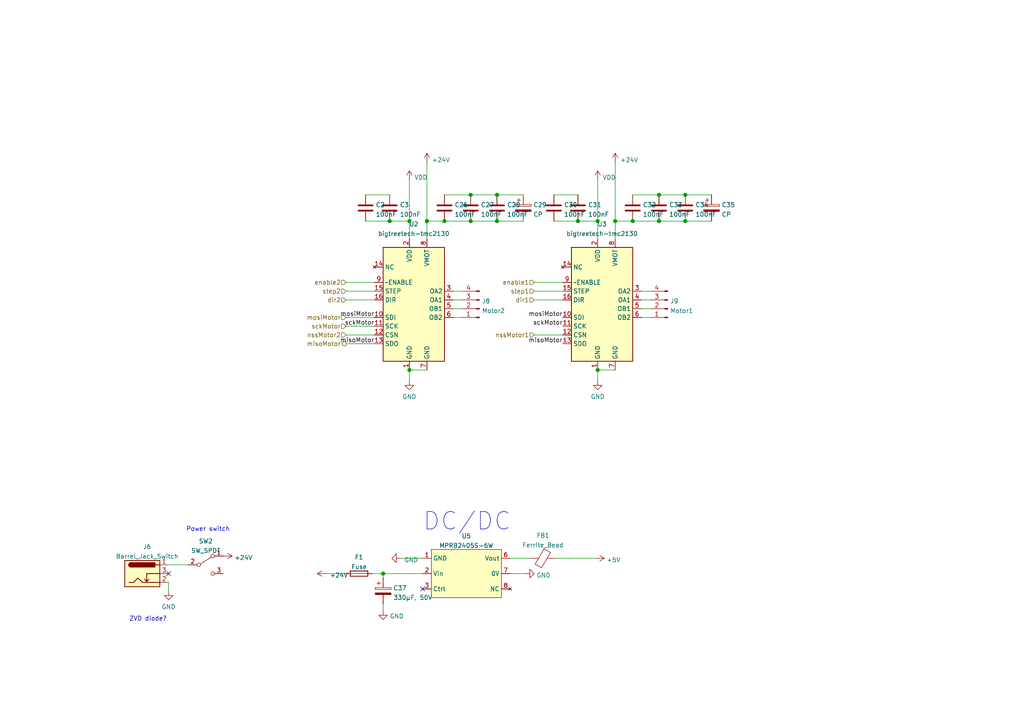
<source format=kicad_sch>
(kicad_sch (version 20210621) (generator eeschema)
  (paper "A4")
  (lib_symbols
    (symbol "Connector:Barrel_Jack_Switch" (pin_names hide)
      (property "Reference" "J" (at 0 5.334 0))
      (property "Value" "Barrel_Jack_Switch" (at 0 -5.08 0))
      (symbol "Barrel_Jack_Switch_0_1"
        (arc (start -3.302 3.175) (end -3.302 1.905) (radius (at -3.302 2.54) (length 0.635) (angles 90.1 -90.1)) (stroke (width 0.254)))
        (arc (start -3.302 3.175) (end -3.302 1.905) (radius (at -3.302 2.54) (length 0.635) (angles 90.1 -90.1)) (stroke (width 0.254)) (fill (type outline)))
        (rectangle (start 3.683 3.175) (end -3.302 1.905) (stroke (width 0.254)) (fill (type outline)))
        (rectangle (start -5.08 3.81) (end 5.08 -3.81) (stroke (width 0.254)) (fill (type background)))
        (polyline (pts (xy 1.27 -2.286) (xy 1.905 -1.651)) (stroke (width 0.254)))
        (polyline (pts (xy 5.08 2.54) (xy 3.81 2.54)) (stroke (width 0.254)))
        (polyline (pts (xy 5.08 0) (xy 1.27 0) (xy 1.27 -2.286) (xy 0.635 -1.651)) (stroke (width 0.254)))
        (polyline (pts (xy -3.81 -2.54) (xy -2.54 -2.54) (xy -1.27 -1.27) (xy 0 -2.54) (xy 2.54 -2.54) (xy 5.08 -2.54)) (stroke (width 0.254)))
      )
      (symbol "Barrel_Jack_Switch_1_1"
        (pin passive line (at 7.62 2.54 180) (length 2.54) (name "~") (number "1"))
        (pin passive line (at 7.62 -2.54 180) (length 2.54) (name "~") (number "2"))
        (pin passive line (at 7.62 0 180) (length 2.54) (name "~") (number "3"))
      )
    )
    (symbol "Connector:Conn_01x04_Male" (pin_names (offset 1.016) hide)
      (property "Reference" "J" (at 0 5.08 0))
      (property "Value" "Conn_01x04_Male" (at 0 -7.62 0))
      (symbol "Conn_01x04_Male_1_1"
        (rectangle (start 0.8636 -4.953) (end 0 -5.207) (stroke (width 0.1524)) (fill (type outline)))
        (rectangle (start 0.8636 -2.413) (end 0 -2.667) (stroke (width 0.1524)) (fill (type outline)))
        (rectangle (start 0.8636 0.127) (end 0 -0.127) (stroke (width 0.1524)) (fill (type outline)))
        (rectangle (start 0.8636 2.667) (end 0 2.413) (stroke (width 0.1524)) (fill (type outline)))
        (polyline (pts (xy 1.27 -5.08) (xy 0.8636 -5.08)) (stroke (width 0.1524)))
        (polyline (pts (xy 1.27 -2.54) (xy 0.8636 -2.54)) (stroke (width 0.1524)))
        (polyline (pts (xy 1.27 0) (xy 0.8636 0)) (stroke (width 0.1524)))
        (polyline (pts (xy 1.27 2.54) (xy 0.8636 2.54)) (stroke (width 0.1524)))
        (pin passive line (at 5.08 2.54 180) (length 3.81) (name "Pin_1") (number "1"))
        (pin passive line (at 5.08 0 180) (length 3.81) (name "Pin_2") (number "2"))
        (pin passive line (at 5.08 -2.54 180) (length 3.81) (name "Pin_3") (number "3"))
        (pin passive line (at 5.08 -5.08 180) (length 3.81) (name "Pin_4") (number "4"))
      )
    )
    (symbol "Device:C" (pin_numbers hide) (pin_names (offset 0.254))
      (property "Reference" "C" (at 0.635 2.54 0))
      (property "Value" "C" (at 0.635 -2.54 0))
      (symbol "C_0_1"
        (polyline (pts (xy -2.032 -0.762) (xy 2.032 -0.762)) (stroke (width 0.508)))
        (polyline (pts (xy -2.032 0.762) (xy 2.032 0.762)) (stroke (width 0.508)))
      )
      (symbol "C_1_1"
        (pin passive line (at 0 3.81 270) (length 2.794) (name "~") (number "1"))
        (pin passive line (at 0 -3.81 90) (length 2.794) (name "~") (number "2"))
      )
    )
    (symbol "Device:CP" (pin_numbers hide) (pin_names (offset 0.254))
      (property "Reference" "C" (at 0.635 2.54 0))
      (property "Value" "CP" (at 0.635 -2.54 0))
      (symbol "CP_0_1"
        (rectangle (start -2.286 0.508) (end 2.286 1.016))
        (rectangle (start 2.286 -0.508) (end -2.286 -1.016) (fill (type outline)))
        (polyline (pts (xy -1.778 2.286) (xy -0.762 2.286)))
        (polyline (pts (xy -1.27 2.794) (xy -1.27 1.778)))
      )
      (symbol "CP_1_1"
        (pin passive line (at 0 3.81 270) (length 2.794) (name "~") (number "1"))
        (pin passive line (at 0 -3.81 90) (length 2.794) (name "~") (number "2"))
      )
    )
    (symbol "Device:Ferrite_Bead" (pin_numbers hide) (pin_names (offset 0))
      (property "Reference" "FB" (at -3.81 0.635 90))
      (property "Value" "Ferrite_Bead" (at 3.81 0 90))
      (symbol "Ferrite_Bead_0_1"
        (polyline (pts (xy 0 -1.27) (xy 0 -1.2192)))
        (polyline (pts (xy 0 1.27) (xy 0 1.2954)))
        (polyline (pts (xy -2.7686 0.4064) (xy -1.7018 2.2606) (xy 2.7686 -0.3048) (xy 1.6764 -2.159) (xy -2.7686 0.4064)))
      )
      (symbol "Ferrite_Bead_1_1"
        (pin passive line (at 0 3.81 270) (length 2.54) (name "~") (number "1"))
        (pin passive line (at 0 -3.81 90) (length 2.54) (name "~") (number "2"))
      )
    )
    (symbol "Device:Fuse" (pin_numbers hide) (pin_names (offset 0))
      (property "Reference" "F" (at 2.032 0 90))
      (property "Value" "Fuse" (at -1.905 0 90))
      (symbol "Fuse_0_1"
        (rectangle (start -0.762 -2.54) (end 0.762 2.54) (stroke (width 0.254)))
        (polyline (pts (xy 0 2.54) (xy 0 -2.54)))
      )
      (symbol "Fuse_1_1"
        (pin passive line (at 0 3.81 270) (length 1.27) (name "~") (number "1"))
        (pin passive line (at 0 -3.81 90) (length 1.27) (name "~") (number "2"))
      )
    )
    (symbol "Switch:SW_SPDT" (pin_names (offset 0) hide)
      (property "Reference" "SW" (at 0 4.318 0))
      (property "Value" "SW_SPDT" (at 0 -5.08 0))
      (symbol "SW_SPDT_0_0"
        (circle (center -2.032 0) (radius 0.508))
        (circle (center 2.032 -2.54) (radius 0.508))
      )
      (symbol "SW_SPDT_0_1"
        (circle (center 2.032 2.54) (radius 0.508))
        (polyline (pts (xy -1.524 0.254) (xy 1.651 2.286)))
      )
      (symbol "SW_SPDT_1_1"
        (pin passive line (at 5.08 2.54 180) (length 2.54) (name "A") (number "1"))
        (pin passive line (at -5.08 0 0) (length 2.54) (name "B") (number "2"))
        (pin passive line (at 5.08 -2.54 180) (length 2.54) (name "C") (number "3"))
      )
    )
    (symbol "iwasz:MPRB2405S-6W"
      (property "Reference" "U" (at 0 0 0))
      (property "Value" "MPRB2405S-6W" (at 0 -3.175 0))
      (symbol "MPRB2405S-6W_0_1"
        (rectangle (start -10.16 6.35) (end 10.16 -7.62) (stroke (width 0.1524)) (fill (type background)))
      )
      (symbol "MPRB2405S-6W_1_1"
        (pin power_in line (at -12.7 3.81 0) (length 2.54) (name "GND") (number "1"))
        (pin power_in line (at -12.7 -0.635 0) (length 2.54) (name "Vin") (number "2"))
        (pin input line (at -12.7 -5.08 0) (length 2.54) (name "Ctrl") (number "3"))
        (pin power_out line (at 12.7 3.81 180) (length 2.54) (name "Vout") (number "6"))
        (pin power_out line (at 12.7 -0.635 180) (length 2.54) (name "0V") (number "7"))
        (pin no_connect line (at 12.7 -5.08 180) (length 2.54) (name "NC") (number "8"))
      )
    )
    (symbol "iwasz:bigtreetech-tmc2130"
      (property "Reference" "U" (at -5.08 -18.415 0))
      (property "Value" "bigtreetech-tmc2130" (at -14.605 -20.32 0))
      (symbol "bigtreetech-tmc2130_0_1"
        (rectangle (start 8.89 -16.51) (end -8.89 16.51) (stroke (width 0.254)) (fill (type background)))
      )
      (symbol "bigtreetech-tmc2130_1_1"
        (pin power_in line (at -1.27 -19.05 90) (length 2.54) (name "GND") (number "1"))
        (pin input line (at -11.43 -3.81 0) (length 2.54) (name "SDI") (number "10"))
        (pin input line (at -11.43 -6.35 0) (length 2.54) (name "SCK") (number "11"))
        (pin input line (at -11.43 -8.89 0) (length 2.54) (name "CSN") (number "12"))
        (pin output line (at -11.43 -11.43 0) (length 2.54) (name "SDO") (number "13"))
        (pin no_connect line (at -11.43 10.795 0) (length 2.54) (name "NC") (number "14"))
        (pin input line (at -11.43 3.81 0) (length 2.54) (name "STEP") (number "15"))
        (pin input line (at -11.43 1.27 0) (length 2.54) (name "DIR") (number "16"))
        (pin power_in line (at -1.27 19.05 270) (length 2.54) (name "VDD") (number "2"))
        (pin output line (at 11.43 3.81 180) (length 2.54) (name "OA2") (number "3"))
        (pin output line (at 11.43 1.27 180) (length 2.54) (name "OA1") (number "4"))
        (pin output line (at 11.43 -1.27 180) (length 2.54) (name "OB1") (number "5"))
        (pin output line (at 11.43 -3.81 180) (length 2.54) (name "OB2") (number "6"))
        (pin power_in line (at 3.81 -19.05 90) (length 2.54) (name "GND") (number "7"))
        (pin power_in line (at 3.81 19.05 270) (length 2.54) (name "VMOT") (number "8"))
        (pin input line (at -11.43 6.35 0) (length 2.54) (name "~ENABLE") (number "9"))
      )
    )
    (symbol "power:+24V" (power) (pin_names (offset 0))
      (property "Value" "+24V" (at 0 3.556 0))
      (symbol "+24V_0_1"
        (polyline (pts (xy -0.762 1.27) (xy 0 2.54)))
        (polyline (pts (xy 0 0) (xy 0 2.54)))
        (polyline (pts (xy 0 2.54) (xy 0.762 1.27)))
      )
      (symbol "+24V_1_1"
        (pin power_in line (at 0 0 90) (length 0) hide (name "+24V") (number "1"))
      )
    )
    (symbol "power:+5V" (power) (pin_names (offset 0))
      (property "Value" "+5V" (at 0 3.556 0))
      (symbol "+5V_0_1"
        (polyline (pts (xy -0.762 1.27) (xy 0 2.54)))
        (polyline (pts (xy 0 0) (xy 0 2.54)))
        (polyline (pts (xy 0 2.54) (xy 0.762 1.27)))
      )
      (symbol "+5V_1_1"
        (pin power_in line (at 0 0 90) (length 0) hide (name "+5V") (number "1"))
      )
    )
    (symbol "power:GND" (power) (pin_names (offset 0))
      (property "Value" "GND" (at 0 -3.81 0))
      (symbol "GND_0_1"
        (polyline (pts (xy 0 0) (xy 0 -1.27) (xy 1.27 -1.27) (xy 0 -2.54) (xy -1.27 -1.27) (xy 0 -1.27)))
      )
      (symbol "GND_1_1"
        (pin power_in line (at 0 0 270) (length 0) hide (name "GND") (number "1"))
      )
    )
    (symbol "power:VDD" (power) (pin_names (offset 0))
      (property "Value" "VDD" (at 0 3.81 0))
      (symbol "VDD_0_1"
        (polyline (pts (xy -0.762 1.27) (xy 0 2.54)))
        (polyline (pts (xy 0 0) (xy 0 2.54)))
        (polyline (pts (xy 0 2.54) (xy 0.762 1.27)))
      )
      (symbol "VDD_1_1"
        (pin power_in line (at 0 0 90) (length 0) hide (name "VDD") (number "1"))
      )
    )
  )
  (junction (at 111.125 166.37) (diameter 1.016))
  (junction (at 113.03 64.135) (diameter 1.016))
  (junction (at 118.745 64.135) (diameter 1.016))
  (junction (at 118.745 107.315) (diameter 1.016))
  (junction (at 123.825 64.135) (diameter 1.016))
  (junction (at 128.905 64.135) (diameter 1.016))
  (junction (at 136.525 56.515) (diameter 1.016))
  (junction (at 136.525 64.135) (diameter 1.016))
  (junction (at 144.145 56.515) (diameter 1.016))
  (junction (at 144.145 64.135) (diameter 1.016))
  (junction (at 167.64 64.135) (diameter 1.016))
  (junction (at 173.355 64.135) (diameter 1.016))
  (junction (at 173.355 107.315) (diameter 1.016))
  (junction (at 178.435 64.135) (diameter 1.016))
  (junction (at 183.515 64.135) (diameter 1.016))
  (junction (at 191.135 56.515) (diameter 1.016))
  (junction (at 191.135 64.135) (diameter 1.016))
  (junction (at 198.755 56.515) (diameter 1.016))
  (junction (at 198.755 64.135) (diameter 1.016))
  (no_connect (at 48.895 166.37))
  (no_connect (at 122.555 170.815))
  (wire (pts (xy 48.895 163.83) (xy 54.61 163.83)))
  (wire (pts (xy 48.895 168.91) (xy 48.895 171.45)))
  (wire (pts (xy 94.615 166.37) (xy 100.33 166.37)))
  (wire (pts (xy 100.33 81.915) (xy 108.585 81.915)))
  (wire (pts (xy 100.33 84.455) (xy 108.585 84.455)))
  (wire (pts (xy 100.33 86.995) (xy 108.585 86.995)))
  (wire (pts (xy 100.33 92.075) (xy 108.585 92.075)))
  (wire (pts (xy 100.33 94.615) (xy 108.585 94.615)))
  (wire (pts (xy 100.33 97.155) (xy 108.585 97.155)))
  (wire (pts (xy 100.33 99.695) (xy 108.585 99.695)))
  (wire (pts (xy 107.95 166.37) (xy 111.125 166.37)))
  (wire (pts (xy 111.125 166.37) (xy 111.125 167.64)))
  (wire (pts (xy 111.125 166.37) (xy 122.555 166.37)))
  (wire (pts (xy 111.125 175.26) (xy 111.125 177.165)))
  (wire (pts (xy 113.03 56.515) (xy 106.045 56.515)))
  (wire (pts (xy 113.03 64.135) (xy 106.045 64.135)))
  (wire (pts (xy 116.205 161.925) (xy 122.555 161.925)))
  (wire (pts (xy 118.745 52.07) (xy 118.745 64.135)))
  (wire (pts (xy 118.745 64.135) (xy 113.03 64.135)))
  (wire (pts (xy 118.745 69.215) (xy 118.745 64.135)))
  (wire (pts (xy 118.745 107.315) (xy 123.825 107.315)))
  (wire (pts (xy 118.745 110.49) (xy 118.745 107.315)))
  (wire (pts (xy 123.825 46.99) (xy 123.825 64.135)))
  (wire (pts (xy 123.825 64.135) (xy 128.905 64.135)))
  (wire (pts (xy 123.825 69.215) (xy 123.825 64.135)))
  (wire (pts (xy 128.905 64.135) (xy 136.525 64.135)))
  (wire (pts (xy 131.445 84.455) (xy 133.985 84.455)))
  (wire (pts (xy 131.445 86.995) (xy 133.985 86.995)))
  (wire (pts (xy 131.445 89.535) (xy 133.985 89.535)))
  (wire (pts (xy 131.445 92.075) (xy 133.985 92.075)))
  (wire (pts (xy 136.525 56.515) (xy 128.905 56.515)))
  (wire (pts (xy 136.525 64.135) (xy 144.145 64.135)))
  (wire (pts (xy 144.145 56.515) (xy 136.525 56.515)))
  (wire (pts (xy 144.145 56.515) (xy 151.765 56.515)))
  (wire (pts (xy 144.145 64.135) (xy 151.765 64.135)))
  (wire (pts (xy 147.955 161.925) (xy 153.67 161.925)))
  (wire (pts (xy 147.955 166.37) (xy 152.4 166.37)))
  (wire (pts (xy 154.94 81.915) (xy 163.195 81.915)))
  (wire (pts (xy 154.94 84.455) (xy 163.195 84.455)))
  (wire (pts (xy 154.94 86.995) (xy 163.195 86.995)))
  (wire (pts (xy 154.94 97.155) (xy 163.195 97.155)))
  (wire (pts (xy 161.29 161.925) (xy 172.72 161.925)))
  (wire (pts (xy 167.64 56.515) (xy 160.655 56.515)))
  (wire (pts (xy 167.64 64.135) (xy 160.655 64.135)))
  (wire (pts (xy 173.355 52.07) (xy 173.355 64.135)))
  (wire (pts (xy 173.355 64.135) (xy 167.64 64.135)))
  (wire (pts (xy 173.355 69.215) (xy 173.355 64.135)))
  (wire (pts (xy 173.355 107.315) (xy 178.435 107.315)))
  (wire (pts (xy 173.355 110.49) (xy 173.355 107.315)))
  (wire (pts (xy 178.435 46.99) (xy 178.435 64.135)))
  (wire (pts (xy 178.435 64.135) (xy 183.515 64.135)))
  (wire (pts (xy 178.435 69.215) (xy 178.435 64.135)))
  (wire (pts (xy 183.515 64.135) (xy 191.135 64.135)))
  (wire (pts (xy 186.055 84.455) (xy 188.595 84.455)))
  (wire (pts (xy 186.055 86.995) (xy 188.595 86.995)))
  (wire (pts (xy 186.055 89.535) (xy 188.595 89.535)))
  (wire (pts (xy 186.055 92.075) (xy 188.595 92.075)))
  (wire (pts (xy 191.135 56.515) (xy 183.515 56.515)))
  (wire (pts (xy 191.135 64.135) (xy 198.755 64.135)))
  (wire (pts (xy 198.755 56.515) (xy 191.135 56.515)))
  (wire (pts (xy 198.755 56.515) (xy 206.375 56.515)))
  (wire (pts (xy 198.755 64.135) (xy 206.375 64.135)))
  (text "ZVD diode?" (at 37.465 180.34 0) (effects (font (size 1.27 1.27)) (justify left bottom)))
  (text "Power switch" (at 53.975 154.305 0) (effects (font (size 1.27 1.27)) (justify left bottom)))
  (text "DC/DC" (at 122.555 154.305 0) (effects (font (size 5.08 5.08)) (justify left bottom)))
  (label "mosiMotor" (at 108.585 92.075 180))
  (label "sckMotor" (at 108.585 94.615 180))
  (label "misoMotor" (at 108.585 99.695 180))
  (label "mosiMotor" (at 163.195 92.075 180))
  (label "sckMotor" (at 163.195 94.615 180))
  (label "misoMotor" (at 163.195 99.695 180))
  (hierarchical_label "enable2" (shape input) (at 100.33 81.915 180))
  (hierarchical_label "step2" (shape input) (at 100.33 84.455 180))
  (hierarchical_label "dir2" (shape input) (at 100.33 86.995 180))
  (hierarchical_label "mosiMotor" (shape input) (at 100.33 92.075 180))
  (hierarchical_label "sckMotor" (shape input) (at 100.33 94.615 180))
  (hierarchical_label "nssMotor2" (shape input) (at 100.33 97.155 180))
  (hierarchical_label "misoMotor" (shape output) (at 100.33 99.695 180))
  (hierarchical_label "enable1" (shape input) (at 154.94 81.915 180))
  (hierarchical_label "step1" (shape input) (at 154.94 84.455 180))
  (hierarchical_label "dir1" (shape input) (at 154.94 86.995 180))
  (hierarchical_label "nssMotor1" (shape input) (at 154.94 97.155 180))
  (symbol (lib_id "power:+24V") (at 64.77 161.29 270) (unit 1)
    (property "Reference" "#PWR0110" (effects hide))
    (property "Value" "+24V" (at 67.9451 161.769 90) (effects (justify left)))
  )
  (symbol (lib_id "power:+24V") (at 94.615 166.37 90) (unit 1)
    (property "Reference" "#PWR0118" (effects hide))
    (property "Value" "+24V" (at 95.6311 166.849 90) (effects (justify right)))
  )
  (symbol (lib_id "power:VDD") (at 118.745 52.07 0) (unit 1)
    (property "Reference" "#PWR0107" (effects hide))
    (property "Value" "VDD" (at 120.1421 51.4695 0) (effects (justify left)))
  )
  (symbol (lib_id "power:+24V") (at 123.825 46.99 0) (unit 1)
    (property "Reference" "#PWR0106" (effects hide))
    (property "Value" "+24V" (at 125.2221 46.3895 0) (effects (justify left)))
  )
  (symbol (lib_id "power:+5V") (at 172.72 161.925 270) (unit 1)
    (property "Reference" "#PWR0120" (effects hide))
    (property "Value" "+5V" (at 175.8951 162.404 90) (effects (justify left)))
  )
  (symbol (lib_id "power:VDD") (at 173.355 52.07 0) (unit 1)
    (property "Reference" "#PWR0104" (effects hide))
    (property "Value" "VDD" (at 174.7521 51.4695 0) (effects (justify left)))
  )
  (symbol (lib_id "power:+24V") (at 178.435 46.99 0) (unit 1)
    (property "Reference" "#PWR0105" (effects hide))
    (property "Value" "+24V" (at 179.8321 46.3895 0) (effects (justify left)))
  )
  (symbol (lib_id "power:GND") (at 48.895 171.45 0) (unit 1)
    (property "Reference" "#PWR0108" (effects hide))
    (property "Value" "GND" (at 48.895 176.0126 0))
  )
  (symbol (lib_id "power:GND") (at 111.125 177.165 0) (unit 1)
    (property "Reference" "#PWR0117" (effects hide))
    (property "Value" "GND" (at 113.0301 178.7235 0) (effects (justify left)))
  )
  (symbol (lib_id "power:GND") (at 116.205 161.925 270) (unit 1)
    (property "Reference" "#PWR0116" (effects hide))
    (property "Value" "GND" (at 117.2211 162.404 90) (effects (justify left)))
  )
  (symbol (lib_id "power:GND") (at 118.745 110.49 0) (unit 1)
    (property "Reference" "#PWR0109" (effects hide))
    (property "Value" "GND" (at 118.745 115.0526 0))
  )
  (symbol (lib_id "power:GND") (at 152.4 166.37 90) (unit 1)
    (property "Reference" "#PWR0119" (effects hide))
    (property "Value" "GND" (at 155.5751 166.849 90) (effects (justify right)))
  )
  (symbol (lib_id "power:GND") (at 173.355 110.49 0) (unit 1)
    (property "Reference" "#PWR0111" (effects hide))
    (property "Value" "GND" (at 173.355 115.0526 0))
  )
  (symbol (lib_id "Device:Fuse") (at 104.14 166.37 90) (unit 1)
    (property "Reference" "F1" (at 104.14 161.6414 90))
    (property "Value" "Fuse" (at 104.14 164.4165 90))
    (property "Footprint" "Fuse:Fuseholder_Cylinder-5x20mm_Bulgin_FX0456_Vertical_Closed" (effects hide))
  )
  (symbol (lib_id "Device:C") (at 106.045 60.325 0) (unit 1)
    (property "Reference" "C2" (at 108.9661 59.4165 0) (effects (justify left)))
    (property "Value" "100nF" (at 108.9661 62.1916 0) (effects (justify left)))
    (property "Footprint" "Capacitor_SMD:C_0603_1608Metric" (effects hide))
  )
  (symbol (lib_id "Device:CP") (at 111.125 171.45 0) (unit 1)
    (property "Reference" "C37" (at 114.0461 170.5415 0) (effects (justify left)))
    (property "Value" "330µF, 50V" (at 114.0461 173.3166 0) (effects (justify left)))
    (property "Footprint" "Capacitor_THT:CP_Radial_D13.0mm_P5.00mm" (effects hide))
  )
  (symbol (lib_id "Device:C") (at 113.03 60.325 0) (unit 1)
    (property "Reference" "C3" (at 115.9511 59.4165 0) (effects (justify left)))
    (property "Value" "100nF" (at 115.9511 62.1916 0) (effects (justify left)))
    (property "Footprint" "Capacitor_SMD:C_0603_1608Metric" (effects hide))
  )
  (symbol (lib_id "Device:C") (at 128.905 60.325 0) (unit 1)
    (property "Reference" "C26" (at 131.8261 59.4165 0) (effects (justify left)))
    (property "Value" "100nF" (at 131.8261 62.1916 0) (effects (justify left)))
    (property "Footprint" "Capacitor_SMD:C_0603_1608Metric" (effects hide))
  )
  (symbol (lib_id "Device:C") (at 136.525 60.325 0) (unit 1)
    (property "Reference" "C27" (at 139.4461 59.4165 0) (effects (justify left)))
    (property "Value" "100nF" (at 139.4461 62.1916 0) (effects (justify left)))
    (property "Footprint" "Capacitor_SMD:C_0603_1608Metric" (effects hide))
  )
  (symbol (lib_id "Device:C") (at 144.145 60.325 0) (unit 1)
    (property "Reference" "C28" (at 147.0661 59.4165 0) (effects (justify left)))
    (property "Value" "100nF" (at 147.0661 62.1916 0) (effects (justify left)))
    (property "Footprint" "Capacitor_SMD:C_0603_1608Metric" (effects hide))
  )
  (symbol (lib_id "Device:CP") (at 151.765 60.325 0) (unit 1)
    (property "Reference" "C29" (at 154.6861 59.4165 0) (effects (justify left)))
    (property "Value" "CP" (at 154.6861 62.1916 0) (effects (justify left)))
    (property "Footprint" "Capacitor_THT:CP_Radial_D13.0mm_P5.00mm" (effects hide))
  )
  (symbol (lib_id "Device:C") (at 160.655 60.325 0) (unit 1)
    (property "Reference" "C30" (at 163.5761 59.4165 0) (effects (justify left)))
    (property "Value" "100nF" (at 163.5761 62.1916 0) (effects (justify left)))
    (property "Footprint" "Capacitor_SMD:C_0603_1608Metric" (effects hide))
  )
  (symbol (lib_id "Device:C") (at 167.64 60.325 0) (unit 1)
    (property "Reference" "C31" (at 170.5611 59.4165 0) (effects (justify left)))
    (property "Value" "100nF" (at 170.5611 62.1916 0) (effects (justify left)))
    (property "Footprint" "Capacitor_SMD:C_0603_1608Metric" (effects hide))
  )
  (symbol (lib_id "Device:C") (at 183.515 60.325 0) (unit 1)
    (property "Reference" "C32" (at 186.4361 59.4165 0) (effects (justify left)))
    (property "Value" "100nF" (at 186.4361 62.1916 0) (effects (justify left)))
    (property "Footprint" "Capacitor_SMD:C_0603_1608Metric" (effects hide))
  )
  (symbol (lib_id "Device:C") (at 191.135 60.325 0) (unit 1)
    (property "Reference" "C33" (at 194.0561 59.4165 0) (effects (justify left)))
    (property "Value" "100nF" (at 194.0561 62.1916 0) (effects (justify left)))
    (property "Footprint" "Capacitor_SMD:C_0603_1608Metric" (effects hide))
  )
  (symbol (lib_id "Device:C") (at 198.755 60.325 0) (unit 1)
    (property "Reference" "C34" (at 201.6761 59.4165 0) (effects (justify left)))
    (property "Value" "100nF" (at 201.6761 62.1916 0) (effects (justify left)))
    (property "Footprint" "Capacitor_SMD:C_0603_1608Metric" (effects hide))
  )
  (symbol (lib_id "Device:CP") (at 206.375 60.325 0) (unit 1)
    (property "Reference" "C35" (at 209.2961 59.4165 0) (effects (justify left)))
    (property "Value" "CP" (at 209.2961 62.1916 0) (effects (justify left)))
    (property "Footprint" "Capacitor_THT:CP_Radial_D13.0mm_P5.00mm" (effects hide))
  )
  (symbol (lib_id "Connector:Conn_01x04_Male") (at 139.065 89.535 180) (unit 1)
    (property "Reference" "J8" (at 139.7763 87.3565 0) (effects (justify right)))
    (property "Value" "Motor2" (at 139.7763 90.1316 0) (effects (justify right)))
    (property "Footprint" "Connector_PinHeader_2.54mm:PinHeader_1x04_P2.54mm_Vertical" (effects hide))
  )
  (symbol (lib_id "Device:Ferrite_Bead") (at 157.48 161.925 90) (unit 1)
    (property "Reference" "FB1" (at 157.48 155.3168 90))
    (property "Value" "Ferrite_Bead" (at 157.48 158.0919 90))
    (property "Footprint" "Inductor_SMD:L_0603_1608Metric" (effects hide))
  )
  (symbol (lib_id "Connector:Conn_01x04_Male") (at 193.675 89.535 180) (unit 1)
    (property "Reference" "J9" (at 194.3863 87.3565 0) (effects (justify right)))
    (property "Value" "Motor1" (at 194.3863 90.1316 0) (effects (justify right)))
    (property "Footprint" "Connector_PinHeader_2.54mm:PinHeader_1x04_P2.54mm_Vertical" (effects hide))
  )
  (symbol (lib_id "Switch:SW_SPDT") (at 59.69 163.83 0) (unit 1)
    (property "Reference" "SW2" (at 59.69 156.9424 0))
    (property "Value" "SW_SPDT" (at 59.69 159.7175 0))
    (property "Footprint" "Button_Switch_THT:SW_CuK_OS102011MA1QN1_SPDT_Angled" (effects hide))
  )
  (symbol (lib_id "Connector:Barrel_Jack_Switch") (at 41.275 166.37 0) (unit 1)
    (property "Reference" "J6" (at 42.672 158.5934 0))
    (property "Value" "Barrel_Jack_Switch" (at 42.672 161.3685 0))
    (property "Footprint" "Connector_BarrelJack:BarrelJack_Horizontal" (effects hide))
  )
  (symbol (lib_id "iwasz:MPRB2405S-6W") (at 135.255 165.735 0) (unit 1)
    (property "Reference" "U5" (at 135.255 155.4692 0))
    (property "Value" "MPRB2405S-6W" (at 135.255 158.2443 0))
    (property "Footprint" "iwasz:MPRB2405S-6W" (effects hide))
    (property "Datasheet" "https://www.farnell.com/datasheets/3195174.pdf" (effects hide))
  )
  (symbol (lib_id "iwasz:bigtreetech-tmc2130") (at 120.015 88.265 0) (unit 1)
    (property "Reference" "U2" (at 120.015 64.9944 0))
    (property "Value" "bigtreetech-tmc2130" (at 120.015 67.7695 0))
    (property "Footprint" "Module:Pololu_Breakout-16_15.2x20.3mm" (effects hide))
    (property "Datasheet" "https://github.com/bigtreetech/BIGTREETECH-TMC2130-V3.0" (effects hide))
    (property "Datasheet2" "https://www.trinamic.com/fileadmin/assets/Products/ICs_Documents/TMC2130_datasheet.pdf" (effects hide))
  )
  (symbol (lib_id "iwasz:bigtreetech-tmc2130") (at 174.625 88.265 0) (unit 1)
    (property "Reference" "U3" (at 174.625 64.9944 0))
    (property "Value" "bigtreetech-tmc2130" (at 174.625 67.7695 0))
    (property "Footprint" "Module:Pololu_Breakout-16_15.2x20.3mm" (effects hide))
    (property "Datasheet" "https://github.com/bigtreetech/BIGTREETECH-TMC2130-V3.0" (effects hide))
    (property "Datasheet2" "https://www.trinamic.com/fileadmin/assets/Products/ICs_Documents/TMC2130_datasheet.pdf" (effects hide))
  )
)
</source>
